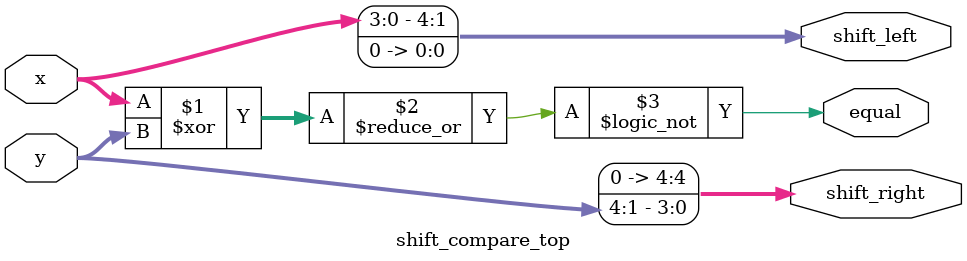
<source format=sv>
module shift_compare_top (
    input [4:0] x,
    input [4:0] y,
    output [4:0] shift_left,
    output [4:0] shift_right,
    output equal
);

    // 合并移位和比较逻辑，减少模块层次
    assign shift_left = {x[3:0], 1'b0};
    assign shift_right = {1'b0, y[4:1]};
    assign equal = ~|(x ^ y);

endmodule
</source>
